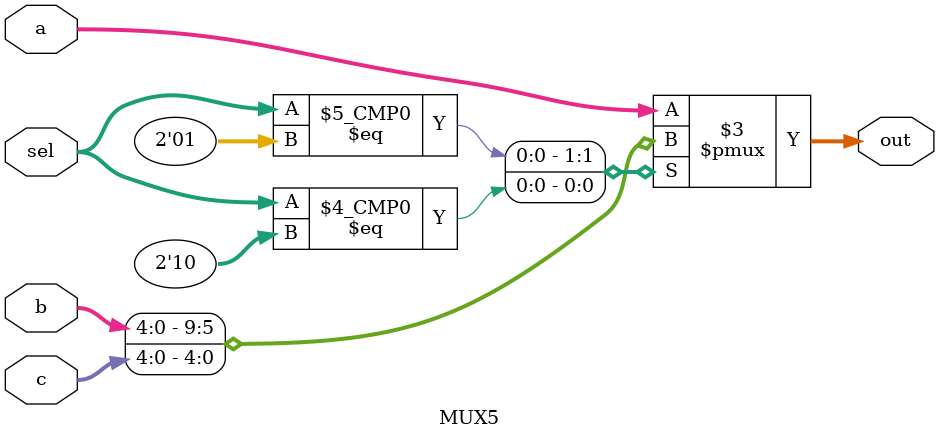
<source format=v>
`timescale 1ns / 1ps
module MUX5(
    input [1:0] sel,
    input [4:0] a,
    input [4:0] b,
    input [4:0] c,
	 output reg [4:0] out
    );

	always @(*)begin
		case(sel)
		0:out<=a;
		1:out<=b;
		2:out<=c;
		default:out<=a;
		endcase
	end
endmodule

</source>
